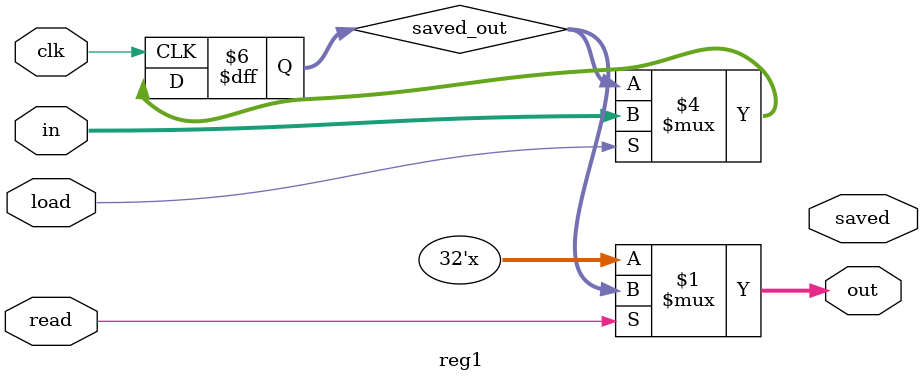
<source format=v>
module reg1(
    input [31:0] in,
    input clk,
    input load,
    input read,
    output [31:0] out,
    output [31:0] saved
);

reg [31:0] saved_out;


assign out = read ? saved_out : 32'bz ;

always @(posedge clk) begin
    if (load==1) begin
        saved_out <= in;
    end
end

endmodule
</source>
